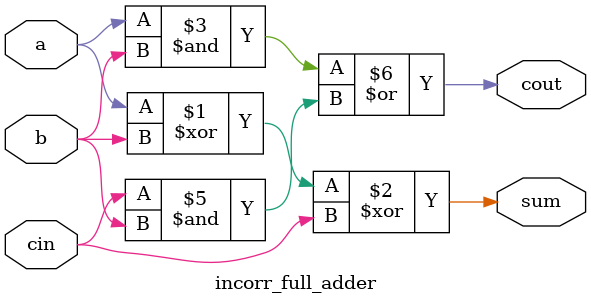
<source format=v>
module incorr_full_adder(a,b,cin,sum,cout);
input a,b,cin;
output sum,cout;
assign sum = a^b^cin;
assign cout = a&b|cin&(1'b0|b); 
// initial begin
//     $display("The incorrect adder with or0 having in1/0");
// end   
endmodule
</source>
